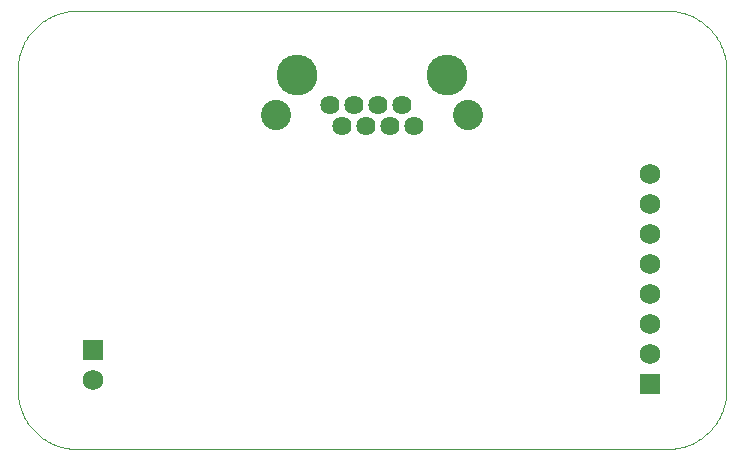
<source format=gbs>
G04 EAGLE Gerber RS-274X export*
G75*
%MOMM*%
%FSLAX34Y34*%
%LPD*%
%INSolder Mask bottom*%
%IPPOS*%
%AMOC8*
5,1,8,0,0,1.08239X$1,22.5*%
G01*
%ADD10C,0.000000*%
%ADD11R,1.733200X1.733200*%
%ADD12C,1.733200*%
%ADD13C,3.454400*%
%ADD14C,1.625600*%
%ADD15C,2.565400*%


D10*
X0Y321000D02*
X0Y50000D01*
X15Y48792D01*
X58Y47584D01*
X131Y46378D01*
X233Y45174D01*
X365Y43973D01*
X525Y42776D01*
X714Y41582D01*
X931Y40394D01*
X1178Y39211D01*
X1453Y38034D01*
X1756Y36865D01*
X2088Y35703D01*
X2447Y34549D01*
X2834Y33405D01*
X3249Y32270D01*
X3691Y31145D01*
X4160Y30032D01*
X4656Y28930D01*
X5179Y27840D01*
X5727Y26764D01*
X6302Y25701D01*
X6902Y24652D01*
X7527Y23618D01*
X8176Y22599D01*
X8851Y21597D01*
X9549Y20611D01*
X10271Y19642D01*
X11016Y18691D01*
X11784Y17758D01*
X12574Y16844D01*
X13387Y15949D01*
X14220Y15074D01*
X15074Y14220D01*
X15949Y13387D01*
X16844Y12574D01*
X17758Y11784D01*
X18691Y11016D01*
X19642Y10271D01*
X20611Y9549D01*
X21597Y8851D01*
X22599Y8176D01*
X23618Y7527D01*
X24652Y6902D01*
X25701Y6302D01*
X26764Y5727D01*
X27840Y5179D01*
X28930Y4656D01*
X30032Y4160D01*
X31145Y3691D01*
X32270Y3249D01*
X33405Y2834D01*
X34549Y2447D01*
X35703Y2088D01*
X36865Y1756D01*
X38034Y1453D01*
X39211Y1178D01*
X40394Y931D01*
X41582Y714D01*
X42776Y525D01*
X43973Y365D01*
X45174Y233D01*
X46378Y131D01*
X47584Y58D01*
X48792Y15D01*
X50000Y0D01*
X550000Y0D01*
X551208Y15D01*
X552416Y58D01*
X553622Y131D01*
X554826Y233D01*
X556027Y365D01*
X557224Y525D01*
X558418Y714D01*
X559606Y931D01*
X560789Y1178D01*
X561966Y1453D01*
X563135Y1756D01*
X564297Y2088D01*
X565451Y2447D01*
X566595Y2834D01*
X567730Y3249D01*
X568855Y3691D01*
X569968Y4160D01*
X571070Y4656D01*
X572160Y5179D01*
X573236Y5727D01*
X574299Y6302D01*
X575348Y6902D01*
X576382Y7527D01*
X577401Y8176D01*
X578403Y8851D01*
X579389Y9549D01*
X580358Y10271D01*
X581309Y11016D01*
X582242Y11784D01*
X583156Y12574D01*
X584051Y13387D01*
X584926Y14220D01*
X585780Y15074D01*
X586613Y15949D01*
X587426Y16844D01*
X588216Y17758D01*
X588984Y18691D01*
X589729Y19642D01*
X590451Y20611D01*
X591149Y21597D01*
X591824Y22599D01*
X592473Y23618D01*
X593098Y24652D01*
X593698Y25701D01*
X594273Y26764D01*
X594821Y27840D01*
X595344Y28930D01*
X595840Y30032D01*
X596309Y31145D01*
X596751Y32270D01*
X597166Y33405D01*
X597553Y34549D01*
X597912Y35703D01*
X598244Y36865D01*
X598547Y38034D01*
X598822Y39211D01*
X599069Y40394D01*
X599286Y41582D01*
X599475Y42776D01*
X599635Y43973D01*
X599767Y45174D01*
X599869Y46378D01*
X599942Y47584D01*
X599985Y48792D01*
X600000Y50000D01*
X600000Y321000D01*
X599985Y322208D01*
X599942Y323416D01*
X599869Y324622D01*
X599767Y325826D01*
X599635Y327027D01*
X599475Y328224D01*
X599286Y329418D01*
X599069Y330606D01*
X598822Y331789D01*
X598547Y332966D01*
X598244Y334135D01*
X597912Y335297D01*
X597553Y336451D01*
X597166Y337595D01*
X596751Y338730D01*
X596309Y339855D01*
X595840Y340968D01*
X595344Y342070D01*
X594821Y343160D01*
X594273Y344236D01*
X593698Y345299D01*
X593098Y346348D01*
X592473Y347382D01*
X591824Y348401D01*
X591149Y349403D01*
X590451Y350389D01*
X589729Y351358D01*
X588984Y352309D01*
X588216Y353242D01*
X587426Y354156D01*
X586613Y355051D01*
X585780Y355926D01*
X584926Y356780D01*
X584051Y357613D01*
X583156Y358426D01*
X582242Y359216D01*
X581309Y359984D01*
X580358Y360729D01*
X579389Y361451D01*
X578403Y362149D01*
X577401Y362824D01*
X576382Y363473D01*
X575348Y364098D01*
X574299Y364698D01*
X573236Y365273D01*
X572160Y365821D01*
X571070Y366344D01*
X569968Y366840D01*
X568855Y367309D01*
X567730Y367751D01*
X566595Y368166D01*
X565451Y368553D01*
X564297Y368912D01*
X563135Y369244D01*
X561966Y369547D01*
X560789Y369822D01*
X559606Y370069D01*
X558418Y370286D01*
X557224Y370475D01*
X556027Y370635D01*
X554826Y370767D01*
X553622Y370869D01*
X552416Y370942D01*
X551208Y370985D01*
X550000Y371000D01*
X50000Y371000D01*
X48792Y370985D01*
X47584Y370942D01*
X46378Y370869D01*
X45174Y370767D01*
X43973Y370635D01*
X42776Y370475D01*
X41582Y370286D01*
X40394Y370069D01*
X39211Y369822D01*
X38034Y369547D01*
X36865Y369244D01*
X35703Y368912D01*
X34549Y368553D01*
X33405Y368166D01*
X32270Y367751D01*
X31145Y367309D01*
X30032Y366840D01*
X28930Y366344D01*
X27840Y365821D01*
X26764Y365273D01*
X25701Y364698D01*
X24652Y364098D01*
X23618Y363473D01*
X22599Y362824D01*
X21597Y362149D01*
X20611Y361451D01*
X19642Y360729D01*
X18691Y359984D01*
X17758Y359216D01*
X16844Y358426D01*
X15949Y357613D01*
X15074Y356780D01*
X14220Y355926D01*
X13387Y355051D01*
X12574Y354156D01*
X11784Y353242D01*
X11016Y352309D01*
X10271Y351358D01*
X9549Y350389D01*
X8851Y349403D01*
X8176Y348401D01*
X7527Y347382D01*
X6902Y346348D01*
X6302Y345299D01*
X5727Y344236D01*
X5179Y343160D01*
X4656Y342070D01*
X4160Y340968D01*
X3691Y339855D01*
X3249Y338730D01*
X2834Y337595D01*
X2447Y336451D01*
X2088Y335297D01*
X1756Y334135D01*
X1453Y332966D01*
X1178Y331789D01*
X931Y330606D01*
X714Y329418D01*
X525Y328224D01*
X365Y327027D01*
X233Y325826D01*
X131Y324622D01*
X58Y323416D01*
X15Y322208D01*
X0Y321000D01*
D11*
X63500Y83500D03*
D12*
X63500Y58100D03*
X535000Y106200D03*
X535000Y131600D03*
X535000Y157000D03*
X535000Y182400D03*
X535000Y80800D03*
D11*
X535000Y55400D03*
D12*
X535000Y207800D03*
X535000Y233200D03*
D10*
X220244Y316700D02*
X220249Y317099D01*
X220264Y317498D01*
X220288Y317896D01*
X220322Y318293D01*
X220366Y318690D01*
X220420Y319085D01*
X220483Y319479D01*
X220556Y319871D01*
X220639Y320262D01*
X220731Y320650D01*
X220833Y321036D01*
X220944Y321419D01*
X221064Y321799D01*
X221194Y322176D01*
X221333Y322550D01*
X221481Y322921D01*
X221639Y323288D01*
X221805Y323650D01*
X221980Y324009D01*
X222163Y324363D01*
X222356Y324713D01*
X222557Y325057D01*
X222766Y325397D01*
X222984Y325731D01*
X223209Y326060D01*
X223443Y326384D01*
X223685Y326701D01*
X223934Y327013D01*
X224191Y327318D01*
X224455Y327617D01*
X224727Y327909D01*
X225005Y328195D01*
X225291Y328473D01*
X225583Y328745D01*
X225882Y329009D01*
X226187Y329266D01*
X226499Y329515D01*
X226816Y329757D01*
X227140Y329991D01*
X227469Y330216D01*
X227803Y330434D01*
X228143Y330643D01*
X228487Y330844D01*
X228837Y331037D01*
X229191Y331220D01*
X229550Y331395D01*
X229912Y331561D01*
X230279Y331719D01*
X230650Y331867D01*
X231024Y332006D01*
X231401Y332136D01*
X231781Y332256D01*
X232164Y332367D01*
X232550Y332469D01*
X232938Y332561D01*
X233329Y332644D01*
X233721Y332717D01*
X234115Y332780D01*
X234510Y332834D01*
X234907Y332878D01*
X235304Y332912D01*
X235702Y332936D01*
X236101Y332951D01*
X236500Y332956D01*
X236899Y332951D01*
X237298Y332936D01*
X237696Y332912D01*
X238093Y332878D01*
X238490Y332834D01*
X238885Y332780D01*
X239279Y332717D01*
X239671Y332644D01*
X240062Y332561D01*
X240450Y332469D01*
X240836Y332367D01*
X241219Y332256D01*
X241599Y332136D01*
X241976Y332006D01*
X242350Y331867D01*
X242721Y331719D01*
X243088Y331561D01*
X243450Y331395D01*
X243809Y331220D01*
X244163Y331037D01*
X244513Y330844D01*
X244857Y330643D01*
X245197Y330434D01*
X245531Y330216D01*
X245860Y329991D01*
X246184Y329757D01*
X246501Y329515D01*
X246813Y329266D01*
X247118Y329009D01*
X247417Y328745D01*
X247709Y328473D01*
X247995Y328195D01*
X248273Y327909D01*
X248545Y327617D01*
X248809Y327318D01*
X249066Y327013D01*
X249315Y326701D01*
X249557Y326384D01*
X249791Y326060D01*
X250016Y325731D01*
X250234Y325397D01*
X250443Y325057D01*
X250644Y324713D01*
X250837Y324363D01*
X251020Y324009D01*
X251195Y323650D01*
X251361Y323288D01*
X251519Y322921D01*
X251667Y322550D01*
X251806Y322176D01*
X251936Y321799D01*
X252056Y321419D01*
X252167Y321036D01*
X252269Y320650D01*
X252361Y320262D01*
X252444Y319871D01*
X252517Y319479D01*
X252580Y319085D01*
X252634Y318690D01*
X252678Y318293D01*
X252712Y317896D01*
X252736Y317498D01*
X252751Y317099D01*
X252756Y316700D01*
X252751Y316301D01*
X252736Y315902D01*
X252712Y315504D01*
X252678Y315107D01*
X252634Y314710D01*
X252580Y314315D01*
X252517Y313921D01*
X252444Y313529D01*
X252361Y313138D01*
X252269Y312750D01*
X252167Y312364D01*
X252056Y311981D01*
X251936Y311601D01*
X251806Y311224D01*
X251667Y310850D01*
X251519Y310479D01*
X251361Y310112D01*
X251195Y309750D01*
X251020Y309391D01*
X250837Y309037D01*
X250644Y308687D01*
X250443Y308343D01*
X250234Y308003D01*
X250016Y307669D01*
X249791Y307340D01*
X249557Y307016D01*
X249315Y306699D01*
X249066Y306387D01*
X248809Y306082D01*
X248545Y305783D01*
X248273Y305491D01*
X247995Y305205D01*
X247709Y304927D01*
X247417Y304655D01*
X247118Y304391D01*
X246813Y304134D01*
X246501Y303885D01*
X246184Y303643D01*
X245860Y303409D01*
X245531Y303184D01*
X245197Y302966D01*
X244857Y302757D01*
X244513Y302556D01*
X244163Y302363D01*
X243809Y302180D01*
X243450Y302005D01*
X243088Y301839D01*
X242721Y301681D01*
X242350Y301533D01*
X241976Y301394D01*
X241599Y301264D01*
X241219Y301144D01*
X240836Y301033D01*
X240450Y300931D01*
X240062Y300839D01*
X239671Y300756D01*
X239279Y300683D01*
X238885Y300620D01*
X238490Y300566D01*
X238093Y300522D01*
X237696Y300488D01*
X237298Y300464D01*
X236899Y300449D01*
X236500Y300444D01*
X236101Y300449D01*
X235702Y300464D01*
X235304Y300488D01*
X234907Y300522D01*
X234510Y300566D01*
X234115Y300620D01*
X233721Y300683D01*
X233329Y300756D01*
X232938Y300839D01*
X232550Y300931D01*
X232164Y301033D01*
X231781Y301144D01*
X231401Y301264D01*
X231024Y301394D01*
X230650Y301533D01*
X230279Y301681D01*
X229912Y301839D01*
X229550Y302005D01*
X229191Y302180D01*
X228837Y302363D01*
X228487Y302556D01*
X228143Y302757D01*
X227803Y302966D01*
X227469Y303184D01*
X227140Y303409D01*
X226816Y303643D01*
X226499Y303885D01*
X226187Y304134D01*
X225882Y304391D01*
X225583Y304655D01*
X225291Y304927D01*
X225005Y305205D01*
X224727Y305491D01*
X224455Y305783D01*
X224191Y306082D01*
X223934Y306387D01*
X223685Y306699D01*
X223443Y307016D01*
X223209Y307340D01*
X222984Y307669D01*
X222766Y308003D01*
X222557Y308343D01*
X222356Y308687D01*
X222163Y309037D01*
X221980Y309391D01*
X221805Y309750D01*
X221639Y310112D01*
X221481Y310479D01*
X221333Y310850D01*
X221194Y311224D01*
X221064Y311601D01*
X220944Y311981D01*
X220833Y312364D01*
X220731Y312750D01*
X220639Y313138D01*
X220556Y313529D01*
X220483Y313921D01*
X220420Y314315D01*
X220366Y314710D01*
X220322Y315107D01*
X220288Y315504D01*
X220264Y315902D01*
X220249Y316301D01*
X220244Y316700D01*
D13*
X236500Y316700D03*
D10*
X347244Y316700D02*
X347249Y317099D01*
X347264Y317498D01*
X347288Y317896D01*
X347322Y318293D01*
X347366Y318690D01*
X347420Y319085D01*
X347483Y319479D01*
X347556Y319871D01*
X347639Y320262D01*
X347731Y320650D01*
X347833Y321036D01*
X347944Y321419D01*
X348064Y321799D01*
X348194Y322176D01*
X348333Y322550D01*
X348481Y322921D01*
X348639Y323288D01*
X348805Y323650D01*
X348980Y324009D01*
X349163Y324363D01*
X349356Y324713D01*
X349557Y325057D01*
X349766Y325397D01*
X349984Y325731D01*
X350209Y326060D01*
X350443Y326384D01*
X350685Y326701D01*
X350934Y327013D01*
X351191Y327318D01*
X351455Y327617D01*
X351727Y327909D01*
X352005Y328195D01*
X352291Y328473D01*
X352583Y328745D01*
X352882Y329009D01*
X353187Y329266D01*
X353499Y329515D01*
X353816Y329757D01*
X354140Y329991D01*
X354469Y330216D01*
X354803Y330434D01*
X355143Y330643D01*
X355487Y330844D01*
X355837Y331037D01*
X356191Y331220D01*
X356550Y331395D01*
X356912Y331561D01*
X357279Y331719D01*
X357650Y331867D01*
X358024Y332006D01*
X358401Y332136D01*
X358781Y332256D01*
X359164Y332367D01*
X359550Y332469D01*
X359938Y332561D01*
X360329Y332644D01*
X360721Y332717D01*
X361115Y332780D01*
X361510Y332834D01*
X361907Y332878D01*
X362304Y332912D01*
X362702Y332936D01*
X363101Y332951D01*
X363500Y332956D01*
X363899Y332951D01*
X364298Y332936D01*
X364696Y332912D01*
X365093Y332878D01*
X365490Y332834D01*
X365885Y332780D01*
X366279Y332717D01*
X366671Y332644D01*
X367062Y332561D01*
X367450Y332469D01*
X367836Y332367D01*
X368219Y332256D01*
X368599Y332136D01*
X368976Y332006D01*
X369350Y331867D01*
X369721Y331719D01*
X370088Y331561D01*
X370450Y331395D01*
X370809Y331220D01*
X371163Y331037D01*
X371513Y330844D01*
X371857Y330643D01*
X372197Y330434D01*
X372531Y330216D01*
X372860Y329991D01*
X373184Y329757D01*
X373501Y329515D01*
X373813Y329266D01*
X374118Y329009D01*
X374417Y328745D01*
X374709Y328473D01*
X374995Y328195D01*
X375273Y327909D01*
X375545Y327617D01*
X375809Y327318D01*
X376066Y327013D01*
X376315Y326701D01*
X376557Y326384D01*
X376791Y326060D01*
X377016Y325731D01*
X377234Y325397D01*
X377443Y325057D01*
X377644Y324713D01*
X377837Y324363D01*
X378020Y324009D01*
X378195Y323650D01*
X378361Y323288D01*
X378519Y322921D01*
X378667Y322550D01*
X378806Y322176D01*
X378936Y321799D01*
X379056Y321419D01*
X379167Y321036D01*
X379269Y320650D01*
X379361Y320262D01*
X379444Y319871D01*
X379517Y319479D01*
X379580Y319085D01*
X379634Y318690D01*
X379678Y318293D01*
X379712Y317896D01*
X379736Y317498D01*
X379751Y317099D01*
X379756Y316700D01*
X379751Y316301D01*
X379736Y315902D01*
X379712Y315504D01*
X379678Y315107D01*
X379634Y314710D01*
X379580Y314315D01*
X379517Y313921D01*
X379444Y313529D01*
X379361Y313138D01*
X379269Y312750D01*
X379167Y312364D01*
X379056Y311981D01*
X378936Y311601D01*
X378806Y311224D01*
X378667Y310850D01*
X378519Y310479D01*
X378361Y310112D01*
X378195Y309750D01*
X378020Y309391D01*
X377837Y309037D01*
X377644Y308687D01*
X377443Y308343D01*
X377234Y308003D01*
X377016Y307669D01*
X376791Y307340D01*
X376557Y307016D01*
X376315Y306699D01*
X376066Y306387D01*
X375809Y306082D01*
X375545Y305783D01*
X375273Y305491D01*
X374995Y305205D01*
X374709Y304927D01*
X374417Y304655D01*
X374118Y304391D01*
X373813Y304134D01*
X373501Y303885D01*
X373184Y303643D01*
X372860Y303409D01*
X372531Y303184D01*
X372197Y302966D01*
X371857Y302757D01*
X371513Y302556D01*
X371163Y302363D01*
X370809Y302180D01*
X370450Y302005D01*
X370088Y301839D01*
X369721Y301681D01*
X369350Y301533D01*
X368976Y301394D01*
X368599Y301264D01*
X368219Y301144D01*
X367836Y301033D01*
X367450Y300931D01*
X367062Y300839D01*
X366671Y300756D01*
X366279Y300683D01*
X365885Y300620D01*
X365490Y300566D01*
X365093Y300522D01*
X364696Y300488D01*
X364298Y300464D01*
X363899Y300449D01*
X363500Y300444D01*
X363101Y300449D01*
X362702Y300464D01*
X362304Y300488D01*
X361907Y300522D01*
X361510Y300566D01*
X361115Y300620D01*
X360721Y300683D01*
X360329Y300756D01*
X359938Y300839D01*
X359550Y300931D01*
X359164Y301033D01*
X358781Y301144D01*
X358401Y301264D01*
X358024Y301394D01*
X357650Y301533D01*
X357279Y301681D01*
X356912Y301839D01*
X356550Y302005D01*
X356191Y302180D01*
X355837Y302363D01*
X355487Y302556D01*
X355143Y302757D01*
X354803Y302966D01*
X354469Y303184D01*
X354140Y303409D01*
X353816Y303643D01*
X353499Y303885D01*
X353187Y304134D01*
X352882Y304391D01*
X352583Y304655D01*
X352291Y304927D01*
X352005Y305205D01*
X351727Y305491D01*
X351455Y305783D01*
X351191Y306082D01*
X350934Y306387D01*
X350685Y306699D01*
X350443Y307016D01*
X350209Y307340D01*
X349984Y307669D01*
X349766Y308003D01*
X349557Y308343D01*
X349356Y308687D01*
X349163Y309037D01*
X348980Y309391D01*
X348805Y309750D01*
X348639Y310112D01*
X348481Y310479D01*
X348333Y310850D01*
X348194Y311224D01*
X348064Y311601D01*
X347944Y311981D01*
X347833Y312364D01*
X347731Y312750D01*
X347639Y313138D01*
X347556Y313529D01*
X347483Y313921D01*
X347420Y314315D01*
X347366Y314710D01*
X347322Y315107D01*
X347288Y315504D01*
X347264Y315902D01*
X347249Y316301D01*
X347244Y316700D01*
D13*
X363500Y316700D03*
D14*
X264440Y291300D03*
X274600Y273520D03*
X284760Y291300D03*
X294920Y273520D03*
X305080Y291300D03*
X315240Y273520D03*
X325400Y291300D03*
X335560Y273520D03*
D15*
X381026Y282410D03*
X218974Y282410D03*
M02*

</source>
